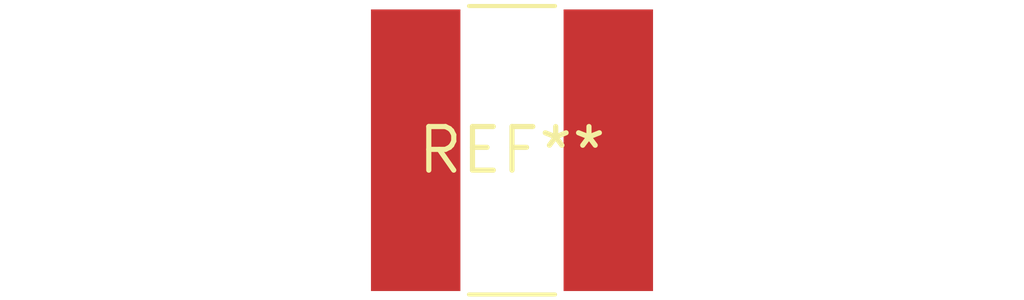
<source format=kicad_pcb>
(kicad_pcb (version 20240108) (generator pcbnew)
  (layers (0 "F.Cu" signal) (31 "B.Cu" signal) (34 "B.Paste" user) (35 "F.Paste" user) (36 "B.SilkS" user "B.Silkscreen") (37 "F.SilkS" user "F.Silkscreen") (38 "B.Mask" user) (39 "F.Mask" user) (44 "Edge.Cuts" user))
  (net 0 "")
  (footprint "L_Bourns-SRN8040_8x8.15mm" (layer "F.Cu") (at 0 0)
    (property "Reference" "REF**")
    (property "Value" "L_Bourns-SRN8040_8x8.15mm")
    (fp_line (start -1.25 4.2) (end 1.25 4.2) (layer "F.SilkS") (stroke (width 0.12)))
    (fp_line (start 1.25 -4.2) (end -1.25 -4.2) (layer "F.SilkS") (stroke (width 0.12)))
    (pad "1" smd rect (at -2.8 0) (size 2.6 8.2) (layers "F.Cu" "F.Paste" "F.Mask"))
    (pad "2" smd rect (at 2.8 0) (size 2.6 8.2) (layers "F.Cu" "F.Paste" "F.Mask"))
  )
)
</source>
